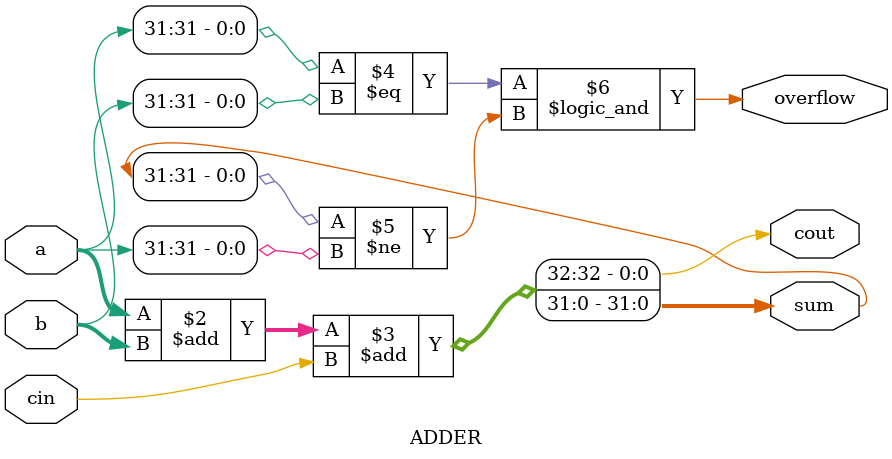
<source format=sv>
module ADDER#(
    parameter WIDTH=32
)(
    input logic[WIDTH-1:0] a,
    input logic[WIDTH-1:0] b,
    input logic cin,
    output logic[WIDTH-1:0] sum,
    output logic cout,
    output logic overflow
);
always_comb begin
    {cout,sum}=a+b+cin;
    overflow=a[WIDTH-1]==b[WIDTH-1]&&sum[WIDTH-1]!=a[WIDTH-1];
end
endmodule
</source>
